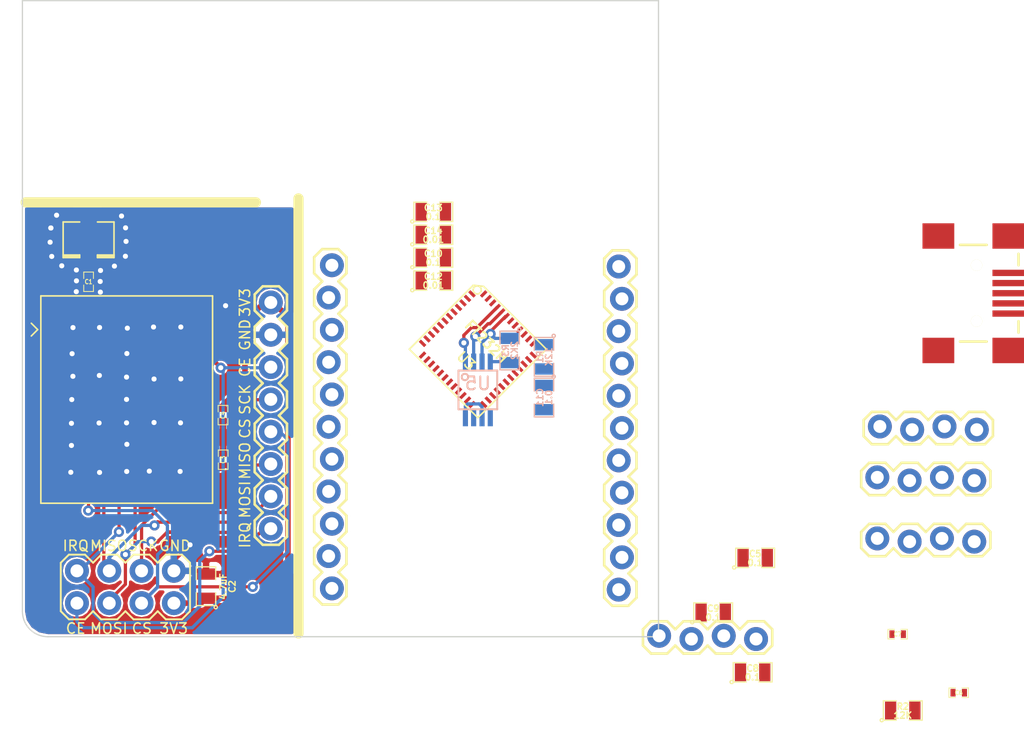
<source format=kicad_pcb>
(kicad_pcb (version 3) (host pcbnew "(2013-04-19 BZR 4011)-stable")
  (layers (15 F.Cu signal) (0 B.Cu signal) (18 B.Paste user) (19 F.Paste user) (20 B.SilkS user) (21 F.SilkS user) (22 B.Mask user) (23 F.Mask user) (28 Edge.Cuts user))
  (net 0 "")
  (net 1 +3.3V)
  (net 2 /cc3000/SPI_CLK)
  (net 3 /cc3000/SPI_CS)
  (net 4 /cc3000/SPI_IRQ)
  (net 5 /cc3000/SPI_MISO)
  (net 6 /cc3000/SPI_MOSI)
  (net 7 /cc3000/VBAT_SW_EN)
  (net 8 /cc3000/antena1)
  (net 9 /cc3000/antena2)
  (net 10 /ft232h/ACBUS0)
  (net 11 /ft232h/ACBUS1)
  (net 12 /ft232h/ACBUS2)
  (net 13 /ft232h/ACBUS3)
  (net 14 /ft232h/ACBUS4)
  (net 15 /ft232h/ACBUS5)
  (net 16 /ft232h/ACBUS6)
  (net 17 /ft232h/ACBUS7)
  (net 18 /ft232h/ACBUS8)
  (net 19 /ft232h/ACBUS9)
  (net 20 /ft232h/ADBUS0)
  (net 21 /ft232h/ADBUS1)
  (net 22 /ft232h/ADBUS2)
  (net 23 /ft232h/ADBUS3)
  (net 24 /ft232h/ADBUS4)
  (net 25 /ft232h/ADBUS5)
  (net 26 /ft232h/ADBUS6)
  (net 27 /ft232h/ADBUS7)
  (net 28 /ft232h/EEDATA)
  (net 29 /ft232h/EE_CK)
  (net 30 /ft232h/EE_CS)
  (net 31 /ft232h/EE_DO)
  (net 32 /ft232h/SCL)
  (net 33 /ft232h/SDA)
  (net 34 /ft232h/VDEVICE)
  (net 35 /ft232h/VREGIN)
  (net 36 /ft232h/V_OUT)
  (net 37 GND)
  (net 38 N-000001)
  (net 39 N-0000010)
  (net 40 N-0000035)
  (net 41 N-0000058)
  (net 42 N-0000059)
  (net 43 N-0000064)
  (net 44 N-0000065)
  (net 45 N-0000066)
  (net 46 N-0000067)
  (net 47 N-0000070)
  (net 48 N-000009)
  (module SM0402 (layer F.Cu) (at 130.2004 92.1004 270)
    (fp_text reference C1 (at 0 0 540) (layer F.SilkS) (effects (font (size 0.35052 0.3048) (thickness 0.07112))))
    (fp_text value 10pF hide)
    (pad 1 smd rect (at -0.44958 0 270) (size 0.39878 0.59944) (layers F.Cu F.Paste F.Mask) (net 9 /cc3000/antena2))
    (pad 2 smd rect (at 0.44958 0 270) (size 0.39878 0.59944) (layers F.Cu F.Paste F.Mask) (net 8 /cc3000/antena1))
  )
  (module SM0805 (layer F.Cu) (at 139.4333 116.0272 90)
    (fp_text reference C2 (at -0.0268 2.0587 90) (layer F.SilkS) (effects (font (size 0.50038 0.50038) (thickness 0.10922))))
    (fp_text value 4.7uF (at -0.0268 1.3587 90) (layer F.SilkS) (effects (font (size 0.50038 0.50038) (thickness 0.10922))))
    (pad 1 smd rect (at -0.9525 0 90) (size 0.889 1.397) (layers F.Cu F.Paste F.Mask) (net 1 +3.3V))
    (pad 2 smd rect (at 0.9525 0 90) (size 0.889 1.397) (layers F.Cu F.Paste F.Mask) (net 37 GND))
  )
  (module SM0402 (layer F.Cu) (at 140.7795 106.0831 90)
    (fp_text reference C3 (at 0 0 90) (layer F.SilkS) (effects (font (size 0.35052 0.3048) (thickness 0.07112))))
    (fp_text value 100nF hide)
    (pad 1 smd rect (at -0.44958 0 90) (size 0.39878 0.59944) (layers F.Cu F.Paste F.Mask) (net 1 +3.3V))
    (pad 2 smd rect (at 0.44958 0 90) (size 0.39878 0.59944) (layers F.Cu F.Paste F.Mask) (net 37 GND))
  )
  (module SM0402 (layer F.Cu) (at 140.7668 102.5779 270)
    (fp_text reference C4 (at 0 0 270) (layer F.SilkS) (effects (font (size 0.35052 0.3048) (thickness 0.07112))))
    (fp_text value 100nF hide)
    (pad 1 smd rect (at -0.44958 0 270) (size 0.39878 0.59944) (layers F.Cu F.Paste F.Mask) (net 1 +3.3V))
    (pad 2 smd rect (at 0.44958 0 270) (size 0.39878 0.59944) (layers F.Cu F.Paste F.Mask) (net 37 GND))
  )
  (module 2X4 (layer F.Cu) (at 133.096 116.0907 180)
    (fp_text reference P1)
    (fp_text value CONN_4X2)
    (pad 1 thru_hole oval (at -3.81 1.27 180) (size 1.8796 1.8796) (drill 1.016) (layers *.Cu *.Mask) (net 37 GND))
    (pad 2 thru_hole oval (at -3.81 -1.27 180) (size 1.8796 1.8796) (drill 1.016) (layers *.Cu *.Mask) (net 1 +3.3V))
    (pad 3 thru_hole oval (at -1.27 1.27 180) (size 1.8796 1.8796) (drill 1.016) (layers *.Cu *.Mask) (net 2 /cc3000/SPI_CLK))
    (pad 4 thru_hole oval (at -1.27 -1.27 180) (size 1.8796 1.8796) (drill 1.016) (layers *.Cu *.Mask) (net 3 /cc3000/SPI_CS))
    (pad 5 thru_hole oval (at 1.27 1.27 180) (size 1.8796 1.8796) (drill 1.016) (layers *.Cu *.Mask) (net 5 /cc3000/SPI_MISO))
    (pad 6 thru_hole oval (at 1.27 -1.27 180) (size 1.8796 1.8796) (drill 1.016) (layers *.Cu *.Mask) (net 6 /cc3000/SPI_MOSI))
    (pad 7 thru_hole oval (at 3.81 1.27 180) (size 1.8796 1.8796) (drill 1.016) (layers *.Cu *.Mask) (net 4 /cc3000/SPI_IRQ))
    (pad 8 thru_hole oval (at 3.81 -1.27 180) (size 1.8796 1.8796) (drill 1.016) (layers *.Cu *.Mask) (net 7 /cc3000/VBAT_SW_EN))
  )
  (module U.FL (layer F.Cu) (at 130.2004 88.6968 270)
    (fp_text reference U1 hide)
    (fp_text value U.FL_U.FL hide)
    (pad P$1 smd rect (at 0 -1.37414 270) (size 2.19964 0.84836) (layers F.Cu F.Paste F.Mask) (net 37 GND))
    (pad P$2 smd rect (at 0 1.37414 270) (size 2.19964 0.84836) (layers F.Cu F.Paste F.Mask) (net 37 GND))
    (pad P$3 smd rect (at 1.524 0 270) (size 1.04902 0.99822) (layers F.Cu F.Paste F.Mask) (net 9 /cc3000/antena2))
    (pad P$4 smd rect (at -1.524 0 270) (size 1.04902 0.99822) (layers F.Cu F.Paste F.Mask))
  )
  (module CC3000 (layer F.Cu) (at 133.1976 101.3587)
    (fp_text reference U2)
    (fp_text value CC3000TEXAS_CC3000 hide)
    (pad 1 smd rect (at -5.84962 -5.3975 90) (size 0.6985 1.19888) (layers F.Cu F.Paste F.Mask) (net 37 GND))
    (pad 2 smd rect (at -5.84962 -4.19862 90) (size 0.6985 1.19888) (layers F.Cu F.Paste F.Mask))
    (pad 3 smd rect (at -5.84962 -2.99974 90) (size 0.6985 1.19888) (layers F.Cu F.Paste F.Mask))
    (pad 4 smd rect (at -5.84962 -1.79832 90) (size 0.6985 1.19888) (layers F.Cu F.Paste F.Mask))
    (pad 5 smd rect (at -5.84962 -0.59944 90) (size 0.6985 1.19888) (layers F.Cu F.Paste F.Mask) (net 38 N-000001))
    (pad 6 smd rect (at -5.84962 0.59944 90) (size 0.6985 1.19888) (layers F.Cu F.Paste F.Mask))
    (pad 7 smd rect (at -5.84962 1.79832 90) (size 0.6985 1.19888) (layers F.Cu F.Paste F.Mask) (net 38 N-000001))
    (pad 8 smd rect (at -5.84962 2.99974 90) (size 0.6985 1.19888) (layers F.Cu F.Paste F.Mask))
    (pad 9 smd rect (at -5.84962 4.19862 90) (size 0.6985 1.19888) (layers F.Cu F.Paste F.Mask) (net 37 GND))
    (pad 10 smd rect (at -5.84962 5.3975 90) (size 0.6985 1.19888) (layers F.Cu F.Paste F.Mask) (net 37 GND))
    (pad 11 smd rect (at -4.19862 7.24916) (size 0.6985 1.19888) (layers F.Cu F.Paste F.Mask) (net 37 GND))
    (pad 12 smd rect (at -2.99974 7.24916) (size 0.6985 1.19888) (layers F.Cu F.Paste F.Mask) (net 3 /cc3000/SPI_CS))
    (pad 13 smd rect (at -1.79832 7.24916) (size 0.6985 1.19888) (layers F.Cu F.Paste F.Mask) (net 5 /cc3000/SPI_MISO))
    (pad 14 smd rect (at -0.59944 7.24916) (size 0.6985 1.19888) (layers F.Cu F.Paste F.Mask) (net 4 /cc3000/SPI_IRQ))
    (pad 15 smd rect (at 0.59944 7.24916) (size 0.6985 1.19888) (layers F.Cu F.Paste F.Mask) (net 6 /cc3000/SPI_MOSI))
    (pad 16 smd rect (at 1.79832 7.24916) (size 0.6985 1.19888) (layers F.Cu F.Paste F.Mask) (net 37 GND))
    (pad 17 smd rect (at 2.99974 7.24916) (size 0.6985 1.19888) (layers F.Cu F.Paste F.Mask) (net 2 /cc3000/SPI_CLK))
    (pad 18 smd rect (at 4.19862 7.24916) (size 0.6985 1.19888) (layers F.Cu F.Paste F.Mask) (net 37 GND))
    (pad 19 smd rect (at 5.84962 5.3975 90) (size 0.6985 1.19888) (layers F.Cu F.Paste F.Mask) (net 1 +3.3V))
    (pad 20 smd rect (at 5.84962 4.19862 90) (size 0.6985 1.19888) (layers F.Cu F.Paste F.Mask) (net 37 GND))
    (pad 21 smd rect (at 5.84962 2.99974 90) (size 0.6985 1.19888) (layers F.Cu F.Paste F.Mask) (net 37 GND))
    (pad 22 smd rect (at 5.84962 1.79832 90) (size 0.6985 1.19888) (layers F.Cu F.Paste F.Mask) (net 37 GND))
    (pad 23 smd rect (at 5.84962 0.59944 90) (size 0.6985 1.19888) (layers F.Cu F.Paste F.Mask) (net 1 +3.3V))
    (pad 24 smd rect (at 5.84962 -0.59944 90) (size 0.6985 1.19888) (layers F.Cu F.Paste F.Mask))
    (pad 25 smd rect (at 5.84962 -1.79832 90) (size 0.6985 1.19888) (layers F.Cu F.Paste F.Mask) (net 37 GND))
    (pad 26 smd rect (at 5.84962 -2.99974 90) (size 0.6985 1.19888) (layers F.Cu F.Paste F.Mask) (net 7 /cc3000/VBAT_SW_EN))
    (pad 27 smd rect (at 5.84962 -4.19862 90) (size 0.6985 1.19888) (layers F.Cu F.Paste F.Mask) (net 48 N-000009))
    (pad 28 smd rect (at 5.84962 -5.3975 90) (size 0.6985 1.19888) (layers F.Cu F.Paste F.Mask) (net 48 N-000009))
    (pad 29 smd rect (at 4.19862 -7.24916 180) (size 0.6985 1.19888) (layers F.Cu F.Paste F.Mask) (net 39 N-0000010))
    (pad 30 smd rect (at 2.99974 -7.24916 180) (size 0.6985 1.19888) (layers F.Cu F.Paste F.Mask) (net 39 N-0000010))
    (pad 31 smd rect (at 1.79832 -7.24916 180) (size 0.6985 1.19888) (layers F.Cu F.Paste F.Mask) (net 37 GND))
    (pad 32 smd rect (at 0.59944 -7.24916 180) (size 0.6985 1.19888) (layers F.Cu F.Paste F.Mask) (net 37 GND))
    (pad 33 smd rect (at -0.59944 -7.24916 180) (size 0.6985 1.19888) (layers F.Cu F.Paste F.Mask) (net 37 GND))
    (pad 34 smd rect (at -1.79832 -7.24916 180) (size 0.6985 1.19888) (layers F.Cu F.Paste F.Mask) (net 37 GND))
    (pad 35 smd rect (at -2.99974 -7.24916 180) (size 0.6985 1.19888) (layers F.Cu F.Paste F.Mask) (net 8 /cc3000/antena1))
    (pad 36 smd rect (at -4.19862 -7.24916 180) (size 0.6985 1.19888) (layers F.Cu F.Paste F.Mask) (net 37 GND))
    (pad 37 smd rect (at -2.14884 -3.59918 270) (size 1.89992 2.39776) (layers F.Cu F.Paste F.Mask) (net 37 GND))
    (pad 38 smd rect (at -2.14884 0 270) (size 1.89992 2.39776) (layers F.Cu F.Paste F.Mask) (net 37 GND))
    (pad 39 smd rect (at -2.14884 3.59918 270) (size 1.89992 2.39776) (layers F.Cu F.Paste F.Mask) (net 37 GND))
    (pad 40 smd rect (at 2.14884 -3.59918 270) (size 1.89992 2.39776) (layers F.Cu F.Paste F.Mask) (net 37 GND))
    (pad 41 smd rect (at 2.14884 0 270) (size 1.89992 2.39776) (layers F.Cu F.Paste F.Mask) (net 37 GND))
    (pad 42 smd rect (at 2.14884 3.59918 270) (size 1.89992 2.39776) (layers F.Cu F.Paste F.Mask) (net 37 GND))
    (pad 43 smd rect (at -5.84962 -7.24916 270) (size 1.19888 1.19888) (layers F.Cu F.Paste F.Mask) (net 37 GND))
    (pad 44 smd rect (at -5.84962 7.24916 270) (size 1.19888 1.19888) (layers F.Cu F.Paste F.Mask) (net 37 GND))
    (pad 45 smd rect (at 5.84962 7.24916 270) (size 1.19888 1.19888) (layers F.Cu F.Paste F.Mask) (net 37 GND))
    (pad 46 smd rect (at 5.84962 -7.24916 270) (size 1.19888 1.19888) (layers F.Cu F.Paste F.Mask) (net 37 GND))
  )
  (module 1X08 (layer F.Cu) (at 144.526 93.726 270)
    (fp_text reference P2)
    (fp_text value CONN_8)
    (pad 1 thru_hole oval (at 0 0) (size 1.8796 1.8796) (drill 1.016) (layers *.Cu *.Mask) (net 1 +3.3V))
    (pad 2 thru_hole oval (at 2.54 0) (size 1.8796 1.8796) (drill 1.016) (layers *.Cu *.Mask) (net 37 GND))
    (pad 3 thru_hole oval (at 5.08 0) (size 1.8796 1.8796) (drill 1.016) (layers *.Cu *.Mask) (net 7 /cc3000/VBAT_SW_EN))
    (pad 4 thru_hole oval (at 7.62 0) (size 1.8796 1.8796) (drill 1.016) (layers *.Cu *.Mask) (net 2 /cc3000/SPI_CLK))
    (pad 5 thru_hole oval (at 10.16 0) (size 1.8796 1.8796) (drill 1.016) (layers *.Cu *.Mask) (net 3 /cc3000/SPI_CS))
    (pad 6 thru_hole oval (at 12.7 0) (size 1.8796 1.8796) (drill 1.016) (layers *.Cu *.Mask) (net 5 /cc3000/SPI_MISO))
    (pad 7 thru_hole oval (at 15.24 0) (size 1.8796 1.8796) (drill 1.016) (layers *.Cu *.Mask) (net 6 /cc3000/SPI_MOSI))
    (pad 8 thru_hole oval (at 17.78 0) (size 1.8796 1.8796) (drill 1.016) (layers *.Cu *.Mask) (net 4 /cc3000/SPI_IRQ))
  )
  (module SM0805 (layer F.Cu) (at 182.6 113.8)
    (fp_text reference C5 (at 0 -0.3175) (layer F.SilkS) (effects (font (size 0.50038 0.50038) (thickness 0.10922))))
    (fp_text value 0.1 (at 0 0.381) (layer F.SilkS) (effects (font (size 0.50038 0.50038) (thickness 0.10922))))
    (pad 1 smd rect (at -0.9525 0) (size 0.889 1.397) (layers F.Cu F.Paste F.Mask) (net 34 /ft232h/VDEVICE))
    (pad 2 smd rect (at 0.9525 0) (size 0.889 1.397) (layers F.Cu F.Paste F.Mask) (net 37 GND))
  )
  (module QFN48 (layer F.Cu) (at 160.8 97.4 315)
    (fp_text reference U3 (at -0.01016 1.29032 315) (layer F.SilkS) (effects (font (size 0.762 0.762) (thickness 0.127))))
    (fp_text value FT232H (at 0.0508 -0.889 315) (layer F.SilkS) (effects (font (size 0.762 0.762) (thickness 0.1524))))
    (pad 1 smd rect (at -3.39852 -2.74828 315) (size 0.59944 0.24892) (layers F.Cu F.Paste F.Mask) (net 43 N-0000064))
    (pad 2 smd rect (at -3.39852 -2.2479 315) (size 0.59944 0.24892) (layers F.Cu F.Paste F.Mask) (net 40 N-0000035))
    (pad 3 smd rect (at -3.39852 -1.74752 315) (size 0.59944 0.24892) (layers F.Cu F.Paste F.Mask) (net 47 N-0000070))
    (pad 4 smd rect (at -3.39852 -1.24714 315) (size 0.59944 0.24892) (layers F.Cu F.Paste F.Mask) (net 37 GND))
    (pad 5 smd rect (at -3.39852 -0.7493 315) (size 0.59944 0.24892) (layers F.Cu F.Paste F.Mask) (net 41 N-0000058))
    (pad 6 smd rect (at -3.39852 -0.24892 315) (size 0.59944 0.24892) (layers F.Cu F.Paste F.Mask))
    (pad 7 smd rect (at -3.39852 0.25146 315) (size 0.59944 0.24892) (layers F.Cu F.Paste F.Mask))
    (pad 8 smd rect (at -3.39852 0.75184 315) (size 0.59944 0.24892) (layers F.Cu F.Paste F.Mask) (net 47 N-0000070))
    (pad 9 smd rect (at -3.39852 1.25222 315) (size 0.59944 0.24892) (layers F.Cu F.Paste F.Mask) (net 37 GND))
    (pad 10 smd rect (at -3.39852 1.7526 315) (size 0.59944 0.24892) (layers F.Cu F.Paste F.Mask) (net 37 GND))
    (pad 11 smd rect (at -3.39852 2.25298 315) (size 0.59944 0.24892) (layers F.Cu F.Paste F.Mask) (net 37 GND))
    (pad 12 smd rect (at -3.39852 2.75082 315) (size 0.59944 0.24892) (layers F.Cu F.Paste F.Mask) (net 46 N-0000067))
    (pad 33 smd rect (at 3.39852 -1.25222 315) (size 0.59944 0.24892) (layers F.Cu F.Paste F.Mask) (net 19 /ft232h/ACBUS9))
    (pad 34 smd rect (at 3.39852 -1.75006 315) (size 0.59944 0.24892) (layers F.Cu F.Paste F.Mask) (net 45 N-0000066))
    (pad 35 smd rect (at 3.39852 -2.25044 315) (size 0.59944 0.24892) (layers F.Cu F.Paste F.Mask) (net 37 GND))
    (pad 36 smd rect (at 3.39852 -2.75082 315) (size 0.59944 0.24892) (layers F.Cu F.Paste F.Mask) (net 37 GND))
    (pad 17 smd rect (at -0.7493 3.40106 315) (size 0.24892 0.59944) (layers F.Cu F.Paste F.Mask) (net 24 /ft232h/ADBUS4))
    (pad 18 smd rect (at -0.25146 3.40106 315) (size 0.24892 0.59944) (layers F.Cu F.Paste F.Mask) (net 25 /ft232h/ADBUS5))
    (pad 19 smd rect (at 0.24892 3.40106 315) (size 0.24892 0.59944) (layers F.Cu F.Paste F.Mask) (net 26 /ft232h/ADBUS6))
    (pad 20 smd rect (at 0.7493 3.40106 315) (size 0.24892 0.59944) (layers F.Cu F.Paste F.Mask) (net 27 /ft232h/ADBUS7))
    (pad 21 smd rect (at 1.24968 3.40106 315) (size 0.24892 0.59944) (layers F.Cu F.Paste F.Mask) (net 10 /ft232h/ACBUS0))
    (pad 22 smd rect (at 1.75006 3.40106 315) (size 0.24892 0.59944) (layers F.Cu F.Paste F.Mask) (net 37 GND))
    (pad 23 smd rect (at 2.25044 3.40106 315) (size 0.24892 0.59944) (layers F.Cu F.Paste F.Mask) (net 37 GND))
    (pad 24 smd rect (at 2.75082 3.40106 315) (size 0.24892 0.59944) (layers F.Cu F.Paste F.Mask) (net 46 N-0000067))
    (pad 13 smd rect (at -2.74828 3.40106 315) (size 0.24892 0.59944) (layers F.Cu F.Paste F.Mask) (net 20 /ft232h/ADBUS0))
    (pad 14 smd rect (at -2.2479 3.40106 315) (size 0.24892 0.59944) (layers F.Cu F.Paste F.Mask) (net 21 /ft232h/ADBUS1))
    (pad 15 smd rect (at -1.74752 3.40106 315) (size 0.24892 0.59944) (layers F.Cu F.Paste F.Mask) (net 22 /ft232h/ADBUS2))
    (pad 16 smd rect (at -1.24968 3.40106 315) (size 0.24892 0.59944) (layers F.Cu F.Paste F.Mask) (net 23 /ft232h/ADBUS3))
    (pad 25 smd rect (at 3.39852 2.74828 315) (size 0.59944 0.24892) (layers F.Cu F.Paste F.Mask) (net 11 /ft232h/ACBUS1))
    (pad 26 smd rect (at 3.40106 2.2479 315) (size 0.59944 0.24892) (layers F.Cu F.Paste F.Mask) (net 12 /ft232h/ACBUS2))
    (pad 27 smd rect (at 3.40106 1.75006 315) (size 0.59944 0.24892) (layers F.Cu F.Paste F.Mask) (net 13 /ft232h/ACBUS3))
    (pad 28 smd rect (at 3.40106 1.24968 315) (size 0.59944 0.24892) (layers F.Cu F.Paste F.Mask) (net 14 /ft232h/ACBUS4))
    (pad 29 smd rect (at 3.40106 0.7493 315) (size 0.59944 0.24892) (layers F.Cu F.Paste F.Mask) (net 15 /ft232h/ACBUS5))
    (pad 30 smd rect (at 3.40106 0.24892 315) (size 0.59944 0.24892) (layers F.Cu F.Paste F.Mask) (net 16 /ft232h/ACBUS6))
    (pad 31 smd rect (at 3.40106 -0.25146 315) (size 0.59944 0.24892) (layers F.Cu F.Paste F.Mask) (net 17 /ft232h/ACBUS7))
    (pad 32 smd rect (at 3.40106 -0.75184 315) (size 0.59944 0.24892) (layers F.Cu F.Paste F.Mask) (net 18 /ft232h/ACBUS8))
    (pad 37 smd rect (at 2.75082 -3.39852 315) (size 0.24892 0.59944) (layers F.Cu F.Paste F.Mask) (net 44 N-0000065))
    (pad 38 smd rect (at 2.25044 -3.39852 315) (size 0.24892 0.59944) (layers F.Cu F.Paste F.Mask) (net 42 N-0000059))
    (pad 39 smd rect (at 1.75006 -3.39852 315) (size 0.24892 0.59944) (layers F.Cu F.Paste F.Mask) (net 47 N-0000070))
    (pad 40 smd rect (at 1.25222 -3.39852 315) (size 0.24892 0.59944) (layers F.Cu F.Paste F.Mask) (net 35 /ft232h/VREGIN))
    (pad 41 smd rect (at 0.75184 -3.39852 315) (size 0.24892 0.59944) (layers F.Cu F.Paste F.Mask) (net 37 GND))
    (pad 42 smd rect (at 0.25146 -3.39852 315) (size 0.24892 0.59944) (layers F.Cu F.Paste F.Mask) (net 37 GND))
    (pad 43 smd rect (at -0.24892 -3.39852 315) (size 0.24892 0.59944) (layers F.Cu F.Paste F.Mask) (net 28 /ft232h/EEDATA))
    (pad 44 smd rect (at -0.7493 -3.39852 315) (size 0.24892 0.59944) (layers F.Cu F.Paste F.Mask) (net 29 /ft232h/EE_CK))
    (pad 45 smd rect (at -1.24968 -3.39852 315) (size 0.24892 0.59944) (layers F.Cu F.Paste F.Mask) (net 30 /ft232h/EE_CS))
    (pad 46 smd rect (at -1.75006 -3.39852 315) (size 0.24892 0.59944) (layers F.Cu F.Paste F.Mask) (net 46 N-0000067))
    (pad 47 smd rect (at -2.2479 -3.39852 315) (size 0.24892 0.59944) (layers F.Cu F.Paste F.Mask) (net 37 GND))
    (pad 48 smd rect (at -2.74828 -3.39852 315) (size 0.24892 0.59944) (layers F.Cu F.Paste F.Mask) (net 37 GND))
  )
  (module 1X11_LOCK (layer F.Cu) (at 172 116.3 90)
    (fp_text reference P4)
    (fp_text value CONN_11)
    (pad 1 thru_hole oval (at 0 -0.127 180) (size 1.8796 1.8796) (drill 1.016) (layers *.Cu *.Mask))
    (pad 2 thru_hole oval (at 2.54 0.127 180) (size 1.8796 1.8796) (drill 1.016) (layers *.Cu *.Mask) (net 11 /ft232h/ACBUS1))
    (pad 3 thru_hole oval (at 5.08 -0.127 180) (size 1.8796 1.8796) (drill 1.016) (layers *.Cu *.Mask) (net 12 /ft232h/ACBUS2))
    (pad 4 thru_hole oval (at 7.62 0.127 180) (size 1.8796 1.8796) (drill 1.016) (layers *.Cu *.Mask) (net 13 /ft232h/ACBUS3))
    (pad 5 thru_hole oval (at 10.16 -0.127 180) (size 1.8796 1.8796) (drill 1.016) (layers *.Cu *.Mask) (net 14 /ft232h/ACBUS4))
    (pad 6 thru_hole oval (at 12.7 0.127 180) (size 1.8796 1.8796) (drill 1.016) (layers *.Cu *.Mask) (net 15 /ft232h/ACBUS5))
    (pad 7 thru_hole oval (at 15.24 -0.127 180) (size 1.8796 1.8796) (drill 1.016) (layers *.Cu *.Mask) (net 16 /ft232h/ACBUS6))
    (pad 8 thru_hole oval (at 17.78 0.127 180) (size 1.8796 1.8796) (drill 1.016) (layers *.Cu *.Mask) (net 17 /ft232h/ACBUS7))
    (pad 9 thru_hole oval (at 20.32 -0.127 180) (size 1.8796 1.8796) (drill 1.016) (layers *.Cu *.Mask) (net 18 /ft232h/ACBUS8))
    (pad 10 thru_hole oval (at 22.86 0.127 180) (size 1.8796 1.8796) (drill 1.016) (layers *.Cu *.Mask) (net 19 /ft232h/ACBUS9))
    (pad 11 thru_hole oval (at 25.4 -0.127 180) (size 1.8796 1.8796) (drill 1.016) (layers *.Cu *.Mask))
  )
  (module 1X11_LOCK (layer F.Cu) (at 149.2 90.8 270)
    (fp_text reference P3)
    (fp_text value CONN_11)
    (pad 1 thru_hole oval (at 0 -0.127) (size 1.8796 1.8796) (drill 1.016) (layers *.Cu *.Mask))
    (pad 2 thru_hole oval (at 2.54 0.127) (size 1.8796 1.8796) (drill 1.016) (layers *.Cu *.Mask) (net 20 /ft232h/ADBUS0))
    (pad 3 thru_hole oval (at 5.08 -0.127) (size 1.8796 1.8796) (drill 1.016) (layers *.Cu *.Mask) (net 21 /ft232h/ADBUS1))
    (pad 4 thru_hole oval (at 7.62 0.127) (size 1.8796 1.8796) (drill 1.016) (layers *.Cu *.Mask) (net 22 /ft232h/ADBUS2))
    (pad 5 thru_hole oval (at 10.16 -0.127) (size 1.8796 1.8796) (drill 1.016) (layers *.Cu *.Mask) (net 23 /ft232h/ADBUS3))
    (pad 6 thru_hole oval (at 12.7 0.127) (size 1.8796 1.8796) (drill 1.016) (layers *.Cu *.Mask) (net 24 /ft232h/ADBUS4))
    (pad 7 thru_hole oval (at 15.24 -0.127) (size 1.8796 1.8796) (drill 1.016) (layers *.Cu *.Mask) (net 25 /ft232h/ADBUS5))
    (pad 8 thru_hole oval (at 17.78 0.127) (size 1.8796 1.8796) (drill 1.016) (layers *.Cu *.Mask) (net 26 /ft232h/ADBUS6))
    (pad 9 thru_hole oval (at 20.32 -0.127) (size 1.8796 1.8796) (drill 1.016) (layers *.Cu *.Mask) (net 27 /ft232h/ADBUS7))
    (pad 10 thru_hole oval (at 22.86 0.127) (size 1.8796 1.8796) (drill 1.016) (layers *.Cu *.Mask) (net 10 /ft232h/ACBUS0))
    (pad 11 thru_hole oval (at 25.4 -0.127) (size 1.8796 1.8796) (drill 1.016) (layers *.Cu *.Mask))
  )
  (module USB-MINIB (layer F.Cu) (at 200 93)
    (fp_text reference U4)
    (fp_text value USB-MINIB-5PIN_USB-MINIB)
    (pad Hole np_thru_hole circle (at 0 -2.19964) (size 0.89916 0.89916) (drill 0.89916) (layers *.Cu *.Mask F.SilkS))
    (pad Hole np_thru_hole circle (at 0 2.19964) (size 0.89916 0.89916) (drill 0.89916) (layers *.Cu *.Mask F.SilkS))
    (pad D+ smd rect (at 2.49936 0) (size 2.49936 0.49784) (layers F.Cu F.Paste F.Mask))
    (pad D- smd rect (at 2.49936 -0.79756) (size 2.49936 0.49784) (layers F.Cu F.Paste F.Mask))
    (pad GND smd rect (at 2.49936 1.59766) (size 2.49936 0.49784) (layers F.Cu F.Paste F.Mask) (net 37 GND))
    (pad ID smd rect (at 2.49936 0.79756) (size 2.49936 0.49784) (layers F.Cu F.Paste F.Mask))
    (pad MTN3 smd rect (at -2.99974 4.49834) (size 2.49936 1.99898) (layers F.Cu F.Paste F.Mask) (net 37 GND))
    (pad MTN1 smd rect (at -2.99974 -4.49834) (size 2.49936 1.99898) (layers F.Cu F.Paste F.Mask) (net 37 GND))
    (pad MTN4 smd rect (at 2.49936 4.49834) (size 2.49936 1.99898) (layers F.Cu F.Paste F.Mask) (net 37 GND))
    (pad MTN2 smd rect (at 2.49936 -4.49834) (size 2.49936 1.99898) (layers F.Cu F.Paste F.Mask) (net 37 GND))
    (pad VBUS smd rect (at 2.49936 -1.59766) (size 2.49936 0.49784) (layers F.Cu F.Paste F.Mask))
  )
  (module SSOP8 (layer B.Cu) (at 160.8 100.6)
    (fp_text reference U5 (at 0 -0.508) (layer B.SilkS) (effects (font (size 1.016 1.016) (thickness 0.1524)) (justify mirror)))
    (fp_text value 93LC56CX-X/SN_SOIC8-N_MC hide)
    (pad 1 smd rect (at -0.9779 -2.2225) (size 0.4064 1.27) (layers B.Cu B.Paste B.Mask) (net 30 /ft232h/EE_CS))
    (pad 2 smd rect (at -0.3302 -2.2225) (size 0.4064 1.27) (layers B.Cu B.Paste B.Mask) (net 29 /ft232h/EE_CK))
    (pad 3 smd rect (at 0.3302 -2.2225) (size 0.4064 1.27) (layers B.Cu B.Paste B.Mask) (net 28 /ft232h/EEDATA))
    (pad 4 smd rect (at 0.9779 -2.2225) (size 0.4064 1.27) (layers B.Cu B.Paste B.Mask) (net 31 /ft232h/EE_DO))
    (pad 5 smd rect (at 0.9779 2.2225) (size 0.4064 1.27) (layers B.Cu B.Paste B.Mask) (net 37 GND))
    (pad 6 smd rect (at 0.3302 2.2225) (size 0.4064 1.27) (layers B.Cu B.Paste B.Mask) (net 1 +3.3V))
    (pad 7 smd rect (at -0.3302 2.2225) (size 0.4064 1.27) (layers B.Cu B.Paste B.Mask))
    (pad 8 smd rect (at -0.9779 2.2225) (size 0.4064 1.27) (layers B.Cu B.Paste B.Mask) (net 1 +3.3V))
  )
  (module SM0805 (layer B.Cu) (at 166 98 270)
    (fp_text reference R1 (at 0 0.3175 270) (layer B.SilkS) (effects (font (size 0.50038 0.50038) (thickness 0.10922)) (justify mirror)))
    (fp_text value 12K (at 0 -0.381 270) (layer B.SilkS) (effects (font (size 0.50038 0.50038) (thickness 0.10922)) (justify mirror)))
    (pad 1 smd rect (at -0.9525 0 270) (size 0.889 1.397) (layers B.Cu B.Paste B.Mask) (net 47 N-0000070))
    (pad 2 smd rect (at 0.9525 0 270) (size 0.889 1.397) (layers B.Cu B.Paste B.Mask) (net 45 N-0000066))
  )
  (module SM0805 (layer B.Cu) (at 163.3 97.5 270)
    (fp_text reference R3 (at 0 0.3175 270) (layer B.SilkS) (effects (font (size 0.50038 0.50038) (thickness 0.10922)) (justify mirror)))
    (fp_text value 2K2 (at 0 -0.381 270) (layer B.SilkS) (effects (font (size 0.50038 0.50038) (thickness 0.10922)) (justify mirror)))
    (pad 1 smd rect (at -0.9525 0 270) (size 0.889 1.397) (layers B.Cu B.Paste B.Mask) (net 28 /ft232h/EEDATA))
    (pad 2 smd rect (at 0.9525 0 270) (size 0.889 1.397) (layers B.Cu B.Paste B.Mask) (net 31 /ft232h/EE_DO))
  )
  (module SM0805 (layer F.Cu) (at 194.2 125.8)
    (fp_text reference R2 (at 0 -0.3175) (layer F.SilkS) (effects (font (size 0.50038 0.50038) (thickness 0.10922))))
    (fp_text value 12K (at 0 0.381) (layer F.SilkS) (effects (font (size 0.50038 0.50038) (thickness 0.10922))))
    (pad 1 smd rect (at -0.9525 0) (size 0.889 1.397) (layers F.Cu F.Paste F.Mask) (net 41 N-0000058))
    (pad 2 smd rect (at 0.9525 0) (size 0.889 1.397) (layers F.Cu F.Paste F.Mask) (net 37 GND))
  )
  (module SM0805 (layer B.Cu) (at 166 101.2 270)
    (fp_text reference C11 (at 0 0.3175 270) (layer B.SilkS) (effects (font (size 0.50038 0.50038) (thickness 0.10922)) (justify mirror)))
    (fp_text value 0.1 (at 0 -0.381 270) (layer B.SilkS) (effects (font (size 0.50038 0.50038) (thickness 0.10922)) (justify mirror)))
    (pad 1 smd rect (at -0.9525 0 270) (size 0.889 1.397) (layers B.Cu B.Paste B.Mask) (net 45 N-0000066))
    (pad 2 smd rect (at 0.9525 0 270) (size 0.889 1.397) (layers B.Cu B.Paste B.Mask) (net 37 GND))
  )
  (module SM0805 (layer F.Cu) (at 157.3 88.4)
    (fp_text reference C14 (at 0 -0.3175) (layer F.SilkS) (effects (font (size 0.50038 0.50038) (thickness 0.10922))))
    (fp_text value 0.01 (at 0 0.381) (layer F.SilkS) (effects (font (size 0.50038 0.50038) (thickness 0.10922))))
    (pad 1 smd rect (at -0.9525 0) (size 0.889 1.397) (layers F.Cu F.Paste F.Mask) (net 47 N-0000070))
    (pad 2 smd rect (at 0.9525 0) (size 0.889 1.397) (layers F.Cu F.Paste F.Mask) (net 37 GND))
  )
  (module SM0805 (layer F.Cu) (at 157.3 92)
    (fp_text reference C12 (at 0 -0.3175) (layer F.SilkS) (effects (font (size 0.50038 0.50038) (thickness 0.10922))))
    (fp_text value 0.01 (at 0 0.381) (layer F.SilkS) (effects (font (size 0.50038 0.50038) (thickness 0.10922))))
    (pad 1 smd rect (at -0.9525 0) (size 0.889 1.397) (layers F.Cu F.Paste F.Mask) (net 47 N-0000070))
    (pad 2 smd rect (at 0.9525 0) (size 0.889 1.397) (layers F.Cu F.Paste F.Mask) (net 37 GND))
  )
  (module SM0805 (layer F.Cu) (at 157.3 90.2)
    (fp_text reference C10 (at 0 -0.3175) (layer F.SilkS) (effects (font (size 0.50038 0.50038) (thickness 0.10922))))
    (fp_text value 0.1 (at 0 0.381) (layer F.SilkS) (effects (font (size 0.50038 0.50038) (thickness 0.10922))))
    (pad 1 smd rect (at -0.9525 0) (size 0.889 1.397) (layers F.Cu F.Paste F.Mask) (net 47 N-0000070))
    (pad 2 smd rect (at 0.9525 0) (size 0.889 1.397) (layers F.Cu F.Paste F.Mask) (net 37 GND))
  )
  (module SM0805 (layer F.Cu) (at 157.3 86.6)
    (fp_text reference C13 (at 0 -0.3175) (layer F.SilkS) (effects (font (size 0.50038 0.50038) (thickness 0.10922))))
    (fp_text value 0.1 (at 0 0.381) (layer F.SilkS) (effects (font (size 0.50038 0.50038) (thickness 0.10922))))
    (pad 1 smd rect (at -0.9525 0) (size 0.889 1.397) (layers F.Cu F.Paste F.Mask) (net 47 N-0000070))
    (pad 2 smd rect (at 0.9525 0) (size 0.889 1.397) (layers F.Cu F.Paste F.Mask) (net 37 GND))
  )
  (module SM0805 (layer F.Cu) (at 182.4 122.8)
    (fp_text reference C8 (at 0 -0.3175) (layer F.SilkS) (effects (font (size 0.50038 0.50038) (thickness 0.10922))))
    (fp_text value 0.1 (at 0 0.381) (layer F.SilkS) (effects (font (size 0.50038 0.50038) (thickness 0.10922))))
    (pad 1 smd rect (at -0.9525 0) (size 0.889 1.397) (layers F.Cu F.Paste F.Mask) (net 42 N-0000059))
    (pad 2 smd rect (at 0.9525 0) (size 0.889 1.397) (layers F.Cu F.Paste F.Mask) (net 37 GND))
  )
  (module SM0805 (layer F.Cu) (at 179.3 118.1)
    (fp_text reference C9 (at 0 -0.3175) (layer F.SilkS) (effects (font (size 0.50038 0.50038) (thickness 0.10922))))
    (fp_text value 0.1 (at 0 0.381) (layer F.SilkS) (effects (font (size 0.50038 0.50038) (thickness 0.10922))))
    (pad 1 smd rect (at -0.9525 0) (size 0.889 1.397) (layers F.Cu F.Paste F.Mask) (net 44 N-0000065))
    (pad 2 smd rect (at 0.9525 0) (size 0.889 1.397) (layers F.Cu F.Paste F.Mask) (net 37 GND))
  )
  (module SM0402 (layer F.Cu) (at 193.8 119.8)
    (fp_text reference C7 (at 0 0) (layer F.SilkS) (effects (font (size 0.35052 0.3048) (thickness 0.07112))))
    (fp_text value 27p hide)
    (pad 1 smd rect (at -0.44958 0) (size 0.39878 0.59944) (layers F.Cu F.Paste F.Mask) (net 40 N-0000035))
    (pad 2 smd rect (at 0.44958 0) (size 0.39878 0.59944) (layers F.Cu F.Paste F.Mask) (net 37 GND))
  )
  (module SM0402 (layer F.Cu) (at 198.6 124.4)
    (fp_text reference C6 (at 0 0) (layer F.SilkS) (effects (font (size 0.35052 0.3048) (thickness 0.07112))))
    (fp_text value 27p hide)
    (pad 1 smd rect (at -0.44958 0) (size 0.39878 0.59944) (layers F.Cu F.Paste F.Mask) (net 43 N-0000064))
    (pad 2 smd rect (at 0.44958 0) (size 0.39878 0.59944) (layers F.Cu F.Paste F.Mask) (net 37 GND))
  )
  (module 1X04_LOCK (layer F.Cu) (at 192.2 112.4)
    (fp_text reference P5)
    (fp_text value CONN_4)
    (pad 1 thru_hole oval (at 0 -0.127 90) (size 1.8796 1.8796) (drill 1.016) (layers *.Cu *.Mask) (net 37 GND))
    (pad 2 thru_hole oval (at 2.54 0.127 90) (size 1.8796 1.8796) (drill 1.016) (layers *.Cu *.Mask) (net 36 /ft232h/V_OUT))
    (pad 3 thru_hole oval (at 5.08 -0.127 90) (size 1.8796 1.8796) (drill 1.016) (layers *.Cu *.Mask) (net 33 /ft232h/SDA))
    (pad 4 thru_hole oval (at 7.62 0.127 90) (size 1.8796 1.8796) (drill 1.016) (layers *.Cu *.Mask) (net 32 /ft232h/SCL))
  )
  (module 1X04_LOCK (layer F.Cu) (at 192.2 107.6)
    (fp_text reference P8)
    (fp_text value CONN_4)
    (pad 1 thru_hole oval (at 0 -0.127 90) (size 1.8796 1.8796) (drill 1.016) (layers *.Cu *.Mask) (net 37 GND))
    (pad 2 thru_hole oval (at 2.54 0.127 90) (size 1.8796 1.8796) (drill 1.016) (layers *.Cu *.Mask) (net 36 /ft232h/V_OUT))
    (pad 3 thru_hole oval (at 5.08 -0.127 90) (size 1.8796 1.8796) (drill 1.016) (layers *.Cu *.Mask) (net 33 /ft232h/SDA))
    (pad 4 thru_hole oval (at 7.62 0.127 90) (size 1.8796 1.8796) (drill 1.016) (layers *.Cu *.Mask) (net 32 /ft232h/SCL))
  )
  (module 1X04_LOCK (layer F.Cu) (at 192.4 103.6)
    (fp_text reference P6)
    (fp_text value CONN_4)
    (pad 1 thru_hole oval (at 0 -0.127 90) (size 1.8796 1.8796) (drill 1.016) (layers *.Cu *.Mask) (net 37 GND))
    (pad 2 thru_hole oval (at 2.54 0.127 90) (size 1.8796 1.8796) (drill 1.016) (layers *.Cu *.Mask) (net 36 /ft232h/V_OUT))
    (pad 3 thru_hole oval (at 5.08 -0.127 90) (size 1.8796 1.8796) (drill 1.016) (layers *.Cu *.Mask) (net 20 /ft232h/ADBUS0))
    (pad 4 thru_hole oval (at 7.62 0.127 90) (size 1.8796 1.8796) (drill 1.016) (layers *.Cu *.Mask) (net 21 /ft232h/ADBUS1))
  )
  (module 1X04_LOCK (layer F.Cu) (at 175.050001 120.055001)
    (fp_text reference P7)
    (fp_text value CONN_6)
    (pad 1 thru_hole oval (at 0 -0.127 90) (size 1.8796 1.8796) (drill 1.016) (layers *.Cu *.Mask) (net 37 GND))
    (pad 2 thru_hole oval (at 2.54 0.127 90) (size 1.8796 1.8796) (drill 1.016) (layers *.Cu *.Mask) (net 36 /ft232h/V_OUT))
    (pad 3 thru_hole oval (at 5.08 -0.127 90) (size 1.8796 1.8796) (drill 1.016) (layers *.Cu *.Mask))
    (pad 4 thru_hole oval (at 7.62 0.127 90) (size 1.8796 1.8796) (drill 1.016) (layers *.Cu *.Mask))
  )
  (gr_text SCK (at 142.494 101.346 90) (layer F.SilkS) (effects (font (size 0.8128 0.8128) (thickness 0.12))))
  (gr_text IRQ (at 142.494 112.014 90) (layer F.SilkS) (effects (font (size 0.8128 0.8128) (thickness 0.12))))
  (gr_text MISO (at 142.494 106.172 90) (layer F.SilkS) (effects (font (size 0.8128 0.8128) (thickness 0.12))))
  (gr_text CE (at 142.494 98.806 90) (layer F.SilkS) (effects (font (size 0.8128 0.8128) (thickness 0.12))))
  (gr_text MOSI (at 142.494 109.22 90) (layer F.SilkS) (effects (font (size 0.8128 0.8128) (thickness 0.12))))
  (gr_text CS (at 142.494 103.632 90) (layer F.SilkS) (effects (font (size 0.8128 0.8128) (thickness 0.12))))
  (gr_text 3V3 (at 142.494 93.726 90) (layer F.SilkS) (effects (font (size 0.8128 0.8128) (thickness 0.12))))
  (gr_text GND (at 142.494 96.266 90) (layer F.SilkS) (effects (font (size 0.8128 0.8128) (thickness 0.12))))
  (gr_line (start 127 120) (end 175 120) (angle 90) (layer Edge.Cuts) (width 0.1))
  (gr_line (start 125 70) (end 125 118) (angle 90) (layer Edge.Cuts) (width 0.1))
  (gr_arc (start 127 118) (end 127 120) (angle 90) (layer Edge.Cuts) (width 0.1))
  (gr_text SCK (at 134.492 112.854) (layer F.SilkS) (effects (font (size 0.8128 0.8128) (thickness 0.12))))
  (gr_text CE (at 129.192 119.354) (layer F.SilkS) (effects (font (size 0.8128 0.8128) (thickness 0.12))))
  (gr_text MOSI (at 131.792 119.354) (layer F.SilkS) (effects (font (size 0.8128 0.8128) (thickness 0.12))))
  (gr_text CS (at 134.392 119.354) (layer F.SilkS) (effects (font (size 0.8128 0.8128) (thickness 0.12))))
  (gr_text 3V3 (at 136.892 119.354) (layer F.SilkS) (effects (font (size 0.8128 0.8128) (thickness 0.12))))
  (gr_text GND (at 136.992 112.854) (layer F.SilkS) (effects (font (size 0.8128 0.8128) (thickness 0.12))))
  (gr_text MISO (at 131.792 112.854) (layer F.SilkS) (effects (font (size 0.8128 0.8128) (thickness 0.12))))
  (gr_text IRQ (at 129.192 112.854) (layer F.SilkS) (effects (font (size 0.8128 0.8128) (thickness 0.12))))
  (gr_line (start 146.702 85.546) (end 146.702 119.746) (angle 90) (layer F.SilkS) (width 0.8))
  (gr_line (start 125.254 85.854) (end 143.354 85.854) (angle 90) (layer F.SilkS) (width 0.8))
  (gr_line (start 175 70) (end 175 120) (angle 90) (layer Edge.Cuts) (width 0.1))
  (gr_line (start 125 70) (end 175 70) (angle 90) (layer Edge.Cuts) (width 0.1))
  (segment (start 161.1302 102.8225) (end 161.1302 101.9302) (width 0.254) (layer B.Cu) (net 1))
  (segment (start 159.8221 101.8779) (end 159.8221 102.8225) (width 0.254) (layer B.Cu) (net 1))
  (segment (start 160 101.7) (end 159.8221 101.8779) (width 0.254) (layer B.Cu) (net 1))
  (segment (start 160.9 101.7) (end 160 101.7) (width 0.254) (layer B.Cu) (net 1))
  (segment (start 161.1302 101.9302) (end 160.9 101.7) (width 0.254) (layer B.Cu) (net 1))
  (segment (start 139.4333 116.9797) (end 143.5735 116.9797) (width 0.44) (layer F.Cu) (net 1))
  (segment (start 143.5735 116.9797) (end 143.7132 116.84) (width 0.44) (layer F.Cu) (net 1))
  (segment (start 144.526 93.726) (end 144.7292 93.726) (width 0.44) (layer F.Cu) (net 1))
  (segment (start 144.7292 93.726) (end 145.8722 94.869) (width 0.44) (layer F.Cu) (net 1))
  (segment (start 145.8722 94.869) (end 145.8722 114.7064) (width 0.44) (layer F.Cu) (net 1))
  (segment (start 145.8722 114.7064) (end 143.7386 116.84) (width 0.44) (layer F.Cu) (net 1))
  (segment (start 143.7386 116.84) (end 143.7132 116.84) (width 0.44) (layer F.Cu) (net 1))
  (segment (start 140.7668 102.12832) (end 140.7668 101.8032) (width 0.44) (layer F.Cu) (net 1))
  (segment (start 140.7668 101.8032) (end 142.494 100.076) (width 0.44) (layer F.Cu) (net 1))
  (segment (start 142.494 95.25) (end 144.018 93.726) (width 0.44) (layer F.Cu) (net 1))
  (segment (start 142.494 100.076) (end 142.494 95.25) (width 0.44) (layer F.Cu) (net 1))
  (segment (start 144.018 93.726) (end 144.1958 93.726) (width 0.44) (layer F.Cu) (net 1))
  (segment (start 144.1958 93.726) (end 144.526 93.726) (width 0.44) (layer F.Cu) (net 1))
  (segment (start 140.7668 102.12832) (end 141.31036 102.12832) (width 0.44) (layer F.Cu) (net 1))
  (segment (start 141.65072 106.23296) (end 141.351 106.53268) (width 0.44) (layer F.Cu) (net 1))
  (segment (start 141.65072 102.46868) (end 141.65072 106.23296) (width 0.44) (layer F.Cu) (net 1))
  (segment (start 141.31036 102.12832) (end 141.65072 102.46868) (width 0.44) (layer F.Cu) (net 1))
  (segment (start 136.906 117.3607) (end 139.0523 117.3607) (width 0.44) (layer F.Cu) (net 1))
  (segment (start 139.0523 117.3607) (end 139.4333 116.9797) (width 0.254) (layer F.Cu) (net 1))
  (segment (start 140.7795 106.53268) (end 141.351 106.53268) (width 0.44) (layer F.Cu) (net 1))
  (segment (start 139.04722 106.7562) (end 140.55598 106.7562) (width 0.44) (layer F.Cu) (net 1))
  (segment (start 140.55598 106.7562) (end 140.7795 106.53268) (width 0.44) (layer F.Cu) (net 1))
  (segment (start 139.04722 101.95814) (end 140.59662 101.95814) (width 0.44) (layer F.Cu) (net 1))
  (segment (start 140.59662 101.95814) (end 140.7668 102.12832) (width 0.254) (layer F.Cu) (net 1))
  (segment (start 142.2654 109.1946) (end 142.2654 101.9302) (width 0.254) (layer F.Cu) (net 2))
  (segment (start 144.526 101.3714) (end 144.526 101.346) (width 0.254) (layer F.Cu) (net 2))
  (segment (start 142.8242 101.3714) (end 144.526 101.3714) (width 0.254) (layer F.Cu) (net 2))
  (segment (start 142.2654 101.9302) (end 142.8242 101.3714) (width 0.254) (layer F.Cu) (net 2))
  (segment (start 136.19734 108.60786) (end 136.19734 109.27334) (width 0.33) (layer F.Cu) (net 2))
  (segment (start 141.224 110.236) (end 142.113 109.347) (width 0.254) (layer F.Cu) (net 2))
  (segment (start 142.113 109.347) (end 142.2654 109.1946) (width 0.254) (layer F.Cu) (net 2))
  (segment (start 137.16 110.236) (end 141.224 110.236) (width 0.254) (layer F.Cu) (net 2))
  (segment (start 136.19734 109.27334) (end 137.16 110.236) (width 0.254) (layer F.Cu) (net 2))
  (segment (start 134.366 114.8207) (end 134.366 111.252) (width 0.254) (layer F.Cu) (net 2))
  (segment (start 134.366 111.252) (end 136.19734 109.42066) (width 0.254) (layer F.Cu) (net 2))
  (segment (start 136.19734 108.60786) (end 136.19734 109.42066) (width 0.33) (layer F.Cu) (net 2))
  (segment (start 144.526 103.886) (end 145.2372 103.886) (width 0.254) (layer B.Cu) (net 3))
  (segment (start 143.1036 116.078) (end 135.636 116.078) (width 0.254) (layer F.Cu) (net 3))
  (via (at 143.1036 116.078) (size 0.8) (layers F.Cu B.Cu) (net 3))
  (segment (start 145.8722 113.3094) (end 143.1036 116.078) (width 0.254) (layer B.Cu) (net 3))
  (segment (start 145.8722 104.521) (end 145.8722 113.3094) (width 0.254) (layer B.Cu) (net 3))
  (segment (start 145.2372 103.886) (end 145.8722 104.521) (width 0.254) (layer B.Cu) (net 3))
  (segment (start 130.175 110.0836) (end 135.2296 110.0836) (width 0.254) (layer B.Cu) (net 3))
  (segment (start 136.398 112.776) (end 135.6233 113.5507) (width 0.254) (layer B.Cu) (net 3))
  (segment (start 136.398 111.252) (end 136.398 112.776) (width 0.254) (layer B.Cu) (net 3))
  (segment (start 135.2296 110.0836) (end 136.398 111.252) (width 0.254) (layer B.Cu) (net 3))
  (segment (start 134.366 117.3607) (end 134.366 117.348) (width 0.33) (layer F.Cu) (net 3))
  (segment (start 134.366 117.348) (end 135.636 116.078) (width 0.254) (layer F.Cu) (net 3))
  (segment (start 130.19786 108.60786) (end 130.19786 110.06074) (width 0.254) (layer F.Cu) (net 3))
  (segment (start 135.6233 116.1034) (end 134.366 117.3607) (width 0.254) (layer B.Cu) (net 3))
  (segment (start 135.6233 113.5507) (end 135.6233 116.1034) (width 0.254) (layer B.Cu) (net 3))
  (via (at 130.175 110.0836) (size 0.8) (layers F.Cu B.Cu) (net 3))
  (segment (start 130.19786 110.06074) (end 130.175 110.0836) (width 0.254) (layer F.Cu) (net 3))
  (segment (start 132.59816 108.60786) (end 132.59816 111.74984) (width 0.254) (layer F.Cu) (net 4))
  (segment (start 129.2987 114.808) (end 129.286 114.8207) (width 0.254) (layer B.Cu) (net 4))
  (segment (start 129.54 114.808) (end 129.2987 114.808) (width 0.254) (layer B.Cu) (net 4))
  (segment (start 132.588 111.76) (end 129.54 114.808) (width 0.254) (layer B.Cu) (net 4))
  (via (at 132.588 111.76) (size 0.8) (layers F.Cu B.Cu) (net 4))
  (segment (start 132.59816 111.74984) (end 132.588 111.76) (width 0.254) (layer F.Cu) (net 4))
  (segment (start 139.7 113.284) (end 142.2146 113.284) (width 0.254) (layer F.Cu) (net 4))
  (via (at 139.7 113.284) (size 0.8) (layers F.Cu B.Cu) (net 4))
  (segment (start 139.7 113.284) (end 138.938 114.046) (width 0.254) (layer B.Cu) (net 4))
  (segment (start 138.938 114.046) (end 138.938 117.602) (width 0.254) (layer B.Cu) (net 4))
  (segment (start 138.938 117.602) (end 137.655302 118.884698) (width 0.254) (layer B.Cu) (net 4))
  (segment (start 137.655302 118.884698) (end 131.330698 118.884698) (width 0.254) (layer B.Cu) (net 4))
  (segment (start 131.330698 118.884698) (end 130.556 118.11) (width 0.254) (layer B.Cu) (net 4))
  (segment (start 130.556 118.11) (end 130.556 116.0907) (width 0.254) (layer B.Cu) (net 4))
  (segment (start 130.556 116.0907) (end 129.286 114.8207) (width 0.254) (layer B.Cu) (net 4))
  (segment (start 142.2146 113.284) (end 144.018 111.4806) (width 0.254) (layer F.Cu) (net 4))
  (segment (start 144.018 111.4806) (end 144.5514 111.4806) (width 0.254) (layer F.Cu) (net 4))
  (segment (start 144.5514 111.4806) (end 144.526 111.506) (width 0.254) (layer F.Cu) (net 4))
  (segment (start 142.7226 110.0074) (end 142.7226 107.0356) (width 0.254) (layer F.Cu) (net 5))
  (segment (start 144.399 106.5022) (end 144.526 106.426) (width 0.254) (layer F.Cu) (net 5))
  (segment (start 143.256 106.5022) (end 144.399 106.5022) (width 0.254) (layer F.Cu) (net 5))
  (segment (start 142.7226 107.0356) (end 143.256 106.5022) (width 0.254) (layer F.Cu) (net 5))
  (segment (start 142.7226 110.0074) (end 142.6464 110.0836) (width 0.254) (layer F.Cu) (net 5))
  (segment (start 142.6464 110.0836) (end 141.732 110.998) (width 0.254) (layer F.Cu) (net 5))
  (segment (start 133.096 112.522) (end 134.366 111.252) (width 0.254) (layer B.Cu) (net 5))
  (segment (start 134.366 111.252) (end 135.382 111.252) (width 0.254) (layer B.Cu) (net 5))
  (segment (start 141.732 110.998) (end 135.636 110.998) (width 0.254) (layer F.Cu) (net 5))
  (via (at 135.382 111.252) (size 0.8) (layers F.Cu B.Cu) (net 5))
  (segment (start 135.636 110.998) (end 135.382 111.252) (width 0.33) (layer F.Cu) (net 5))
  (segment (start 131.826 114.808) (end 131.826 114.8207) (width 0.33) (layer B.Cu) (net 5))
  (segment (start 133.096 112.522) (end 131.826 113.792) (width 0.254) (layer B.Cu) (net 5))
  (segment (start 131.826 113.792) (end 131.826 114.808) (width 0.33) (layer B.Cu) (net 5))
  (segment (start 131.39928 108.60786) (end 131.39928 114.39398) (width 0.254) (layer F.Cu) (net 5))
  (segment (start 131.39928 114.39398) (end 131.826 114.8207) (width 0.33) (layer F.Cu) (net 5))
  (segment (start 136.3599 111.7981) (end 141.7447 111.7981) (width 0.254) (layer F.Cu) (net 6))
  (segment (start 144.5006 109.0422) (end 144.526 108.966) (width 0.254) (layer F.Cu) (net 6))
  (segment (start 141.7447 111.7981) (end 144.5006 109.0422) (width 0.254) (layer F.Cu) (net 6))
  (via (at 133.096 113.538) (size 0.8) (layers F.Cu B.Cu) (net 6))
  (segment (start 136.398 111.76) (end 136.3599 111.7981) (width 0.254) (layer F.Cu) (net 6))
  (segment (start 136.3599 111.7981) (end 135.636 112.522) (width 0.254) (layer F.Cu) (net 6))
  (segment (start 135.636 112.522) (end 135.128 112.522) (width 0.33) (layer F.Cu) (net 6))
  (segment (start 137.414 111.76) (end 136.398 111.76) (width 0.254) (layer F.Cu) (net 6))
  (via (at 135.128 112.522) (size 0.8) (layers F.Cu B.Cu) (net 6))
  (segment (start 134.112 112.522) (end 135.128 112.522) (width 0.254) (layer B.Cu) (net 6))
  (segment (start 134.112 112.522) (end 133.096 113.538) (width 0.254) (layer B.Cu) (net 6))
  (segment (start 133.096 113.792) (end 133.096 113.538) (width 0.33) (layer F.Cu) (net 6))
  (segment (start 133.858 112.776) (end 133.858 111.506) (width 0.254) (layer F.Cu) (net 6))
  (segment (start 133.096 113.538) (end 133.858 112.776) (width 0.254) (layer F.Cu) (net 6))
  (segment (start 133.858 108.66882) (end 133.79704 108.60786) (width 0.33) (layer F.Cu) (net 6))
  (segment (start 133.858 111.506) (end 133.858 108.66882) (width 0.254) (layer F.Cu) (net 6))
  (segment (start 131.826 117.3607) (end 131.826 117.1448) (width 0.254) (layer F.Cu) (net 6))
  (segment (start 133.096 115.8748) (end 133.096 113.792) (width 0.254) (layer F.Cu) (net 6))
  (segment (start 131.826 117.1448) (end 133.096 115.8748) (width 0.254) (layer F.Cu) (net 6))
  (segment (start 140.589 98.8568) (end 144.3482 98.8568) (width 0.254) (layer B.Cu) (net 7))
  (segment (start 144.4752 98.7298) (end 144.526 98.806) (width 0.254) (layer B.Cu) (net 7))
  (segment (start 144.3482 98.8568) (end 144.4752 98.7298) (width 0.254) (layer B.Cu) (net 7))
  (segment (start 139.04722 98.35896) (end 140.10386 98.35896) (width 0.33) (layer F.Cu) (net 7))
  (segment (start 129.286 118.8085) (end 129.286 117.3607) (width 0.254) (layer B.Cu) (net 7))
  (segment (start 129.7686 119.2911) (end 129.286 118.8085) (width 0.254) (layer B.Cu) (net 7))
  (segment (start 138.3538 119.2911) (end 129.7686 119.2911) (width 0.254) (layer B.Cu) (net 7))
  (segment (start 140.7795 116.8654) (end 138.3538 119.2911) (width 0.254) (layer B.Cu) (net 7))
  (segment (start 140.7795 99.0473) (end 140.7795 116.8654) (width 0.254) (layer B.Cu) (net 7))
  (segment (start 140.589 98.8568) (end 140.7795 99.0473) (width 0.254) (layer B.Cu) (net 7))
  (via (at 140.589 98.8568) (size 0.8) (layers F.Cu B.Cu) (net 7))
  (segment (start 140.589 98.8441) (end 140.589 98.8568) (width 0.254) (layer F.Cu) (net 7))
  (segment (start 140.10386 98.35896) (end 140.589 98.8441) (width 0.33) (layer F.Cu) (net 7))
  (segment (start 130.19786 94.10954) (end 130.19786 92.55252) (width 0.508) (layer F.Cu) (net 8))
  (segment (start 130.19786 92.55252) (end 130.2004 92.54998) (width 0.508) (layer F.Cu) (net 8))
  (segment (start 130.2004 91.65082) (end 130.2004 90.2208) (width 0.508) (layer F.Cu) (net 9))
  (segment (start 163.3 96.5475) (end 162.1475 96.5475) (width 0.254) (layer B.Cu) (net 28))
  (segment (start 162.1475 96.5475) (end 161.8 96.2) (width 0.254) (layer B.Cu) (net 28))
  (segment (start 161.1302 98.3775) (end 161.1302 96.8698) (width 0.254) (layer B.Cu) (net 28))
  (segment (start 162.97913 94.82087) (end 163.027104 94.82087) (width 0.254) (layer F.Cu) (net 28))
  (segment (start 161.8 96) (end 162.97913 94.82087) (width 0.254) (layer F.Cu) (net 28))
  (segment (start 161.8 96.2) (end 161.8 96) (width 0.254) (layer F.Cu) (net 28))
  (via (at 161.8 96.2) (size 0.8) (layers F.Cu B.Cu) (net 28))
  (segment (start 161.1302 96.8698) (end 161.8 96.2) (width 0.254) (layer B.Cu) (net 28))
  (segment (start 160.4698 98.3775) (end 160.4698 96.5302) (width 0.254) (layer B.Cu) (net 29))
  (segment (start 161.740329 95.4) (end 162.673281 94.467048) (width 0.254) (layer F.Cu) (net 29))
  (segment (start 161.6 95.4) (end 161.740329 95.4) (width 0.254) (layer F.Cu) (net 29))
  (segment (start 160.6 96.4) (end 161.6 95.4) (width 0.254) (layer F.Cu) (net 29))
  (via (at 160.6 96.4) (size 0.8) (layers F.Cu B.Cu) (net 29))
  (segment (start 160.4698 96.5302) (end 160.6 96.4) (width 0.254) (layer B.Cu) (net 29))
  (segment (start 162.319459 94.113226) (end 162.312034 94.113226) (width 0.254) (layer F.Cu) (net 30))
  (segment (start 159.8221 97.0221) (end 159.8221 98.3775) (width 0.254) (layer B.Cu) (net 30))
  (segment (start 159.7 96.9) (end 159.8221 97.0221) (width 0.254) (layer B.Cu) (net 30))
  (via (at 159.7 96.9) (size 0.8) (layers F.Cu B.Cu) (net 30))
  (segment (start 159.7 96.3) (end 159.7 96.9) (width 0.254) (layer F.Cu) (net 30))
  (segment (start 160.3 95.7) (end 159.7 96.3) (width 0.254) (layer F.Cu) (net 30))
  (segment (start 160.72526 95.7) (end 160.3 95.7) (width 0.254) (layer F.Cu) (net 30))
  (segment (start 162.312034 94.113226) (end 160.72526 95.7) (width 0.254) (layer F.Cu) (net 30))
  (segment (start 161.7779 98.3775) (end 163.225 98.3775) (width 0.254) (layer B.Cu) (net 31))
  (segment (start 163.225 98.3775) (end 163.3 98.4525) (width 0.254) (layer B.Cu) (net 31))
  (via (at 138.176 112.776) (size 0.8) (layers F.Cu B.Cu) (net 37))
  (segment (start 136.906 114.046) (end 138.176 112.776) (width 0.254) (layer F.Cu) (net 37))
  (segment (start 136.906 114.8207) (end 136.906 114.046) (width 0.254) (layer F.Cu) (net 37))
  (segment (start 137.74166 107.00766) (end 137.39622 107.00766) (width 0.254) (layer B.Cu) (net 37))
  (segment (start 138.176 107.442) (end 137.74166 107.00766) (width 0.254) (layer B.Cu) (net 37))
  (segment (start 138.176 112.776) (end 138.176 107.442) (width 0.254) (layer B.Cu) (net 37))
  (segment (start 144.526 96.266) (end 143.256 96.266) (width 0.254) (layer B.Cu) (net 37))
  (segment (start 138.938 93.98) (end 139.04722 94.10954) (width 0.254) (layer F.Cu) (net 37))
  (segment (start 140.97 93.98) (end 138.938 93.98) (width 0.254) (layer F.Cu) (net 37))
  (via (at 140.97 93.98) (size 0.8) (layers F.Cu B.Cu) (net 37))
  (segment (start 143.256 96.266) (end 140.97 93.98) (width 0.254) (layer B.Cu) (net 37))
  (segment (start 133.1468 88.9254) (end 133.2611 89.9287) (width 0.254) (layer B.Cu) (net 37))
  (via (at 133.096 90.0938) (size 0.8) (layers F.Cu B.Cu) (net 37))
  (segment (start 133.2611 89.9287) (end 133.096 90.0938) (width 0.254) (layer B.Cu) (net 37))
  (segment (start 133.1087 87.8586) (end 133.223 88.8492) (width 0.254) (layer F.Cu) (net 37))
  (segment (start 133.223 88.8492) (end 133.223 88.8111) (width 0.254) (layer B.Cu) (net 37))
  (segment (start 133.1468 88.9254) (end 133.223 88.8492) (width 0.254) (layer B.Cu) (net 37))
  (via (at 133.1468 88.9254) (size 0.8) (layers F.Cu B.Cu) (net 37))
  (segment (start 133.223 88.8492) (end 133.1468 88.9254) (width 0.254) (layer F.Cu) (net 37))
  (segment (start 133.223 88.8111) (end 133.1468 88.8873) (width 0.254) (layer B.Cu) (net 37))
  (segment (start 132.7912 86.9315) (end 132.7912 87.2744) (width 0.254) (layer F.Cu) (net 37))
  (segment (start 133.0325 87.9348) (end 133.0325 87.9475) (width 0.254) (layer B.Cu) (net 37))
  (segment (start 133.1087 87.8586) (end 133.0325 87.9348) (width 0.254) (layer B.Cu) (net 37))
  (via (at 133.1087 87.8586) (size 0.8) (layers F.Cu B.Cu) (net 37))
  (segment (start 132.7912 87.2744) (end 133.1087 87.8586) (width 0.254) (layer F.Cu) (net 37))
  (segment (start 131.5847 86.7791) (end 132.3594 86.7791) (width 0.254) (layer F.Cu) (net 37))
  (segment (start 131.57454 86.78926) (end 131.5847 86.7791) (width 0.254) (layer F.Cu) (net 37))
  (segment (start 131.57454 88.6968) (end 131.57454 86.78926) (width 0.254) (layer F.Cu) (net 37))
  (segment (start 132.7912 86.9315) (end 132.7912 86.9442) (width 0.254) (layer B.Cu) (net 37))
  (via (at 132.7912 86.9315) (size 0.8) (layers F.Cu B.Cu) (net 37))
  (segment (start 132.3594 86.7791) (end 132.7912 86.9315) (width 0.254) (layer F.Cu) (net 37))
  (segment (start 127.6858 86.868) (end 128.5367 87.0458) (width 0.254) (layer B.Cu) (net 37))
  (segment (start 127.2286 87.6681) (end 127.6858 86.868) (width 0.254) (layer F.Cu) (net 37))
  (via (at 127.6858 86.868) (size 0.8) (layers F.Cu B.Cu) (net 37))
  (segment (start 127.1778 88.9889) (end 127.2286 87.884) (width 0.254) (layer B.Cu) (net 37))
  (via (at 127.2286 87.8713) (size 0.8) (layers F.Cu B.Cu) (net 37))
  (segment (start 127.2413 87.8713) (end 127.2286 87.8713) (width 0.254) (layer F.Cu) (net 37))
  (via (at 127.2413 87.8713) (size 0.8) (layers F.Cu B.Cu) (net 37))
  (segment (start 127.2286 87.884) (end 127.2413 87.8713) (width 0.254) (layer B.Cu) (net 37))
  (segment (start 127.2286 87.8713) (end 127.2286 87.6681) (width 0.254) (layer F.Cu) (net 37))
  (segment (start 128.5367 87.0458) (end 128.7018 86.8807) (width 0.254) (layer B.Cu) (net 37))
  (segment (start 128.8923 89.2937) (end 127.5461 89.8652) (width 0.254) (layer B.Cu) (net 37))
  (via (at 127.3048 90.1065) (size 0.8) (layers F.Cu B.Cu) (net 37))
  (segment (start 127.5461 89.8652) (end 127.3048 90.1065) (width 0.254) (layer B.Cu) (net 37))
  (segment (start 127.3048 90.1065) (end 127.2921 90.1192) (width 0.254) (layer F.Cu) (net 37))
  (segment (start 127.2921 90.1192) (end 127.3048 90.1319) (width 0.254) (layer F.Cu) (net 37))
  (segment (start 127.3048 90.1319) (end 127.3048 90.1065) (width 0.254) (layer F.Cu) (net 37))
  (segment (start 128.82626 88.6968) (end 127.1778 88.9889) (width 0.254) (layer F.Cu) (net 37))
  (segment (start 127.3429 89.154) (end 127.3048 90.1192) (width 0.254) (layer B.Cu) (net 37))
  (segment (start 127.1778 88.9889) (end 127.3429 89.154) (width 0.254) (layer B.Cu) (net 37))
  (via (at 127.1778 88.9889) (size 0.8) (layers F.Cu B.Cu) (net 37))
  (segment (start 127.2667 90.0684) (end 127.2667 90.0811) (width 0.254) (layer B.Cu) (net 37))
  (segment (start 127.2667 90.0811) (end 127.3048 90.1192) (width 0.254) (layer B.Cu) (net 37))
  (segment (start 127.34798 90.5891) (end 127.9271 91.0082) (width 0.254) (layer F.Cu) (net 37))
  (segment (start 128.0922 90.8431) (end 128.1049 90.8431) (width 0.254) (layer B.Cu) (net 37))
  (via (at 128.0922 90.8431) (size 0.8) (layers F.Cu B.Cu) (net 37))
  (segment (start 127.9271 91.0082) (end 128.0922 90.8431) (width 0.254) (layer F.Cu) (net 37))
  (segment (start 132.90296 90.424) (end 132.2832 90.8177) (width 0.254) (layer F.Cu) (net 37))
  (segment (start 132.2451 90.8558) (end 132.2451 90.8304) (width 0.254) (layer B.Cu) (net 37))
  (segment (start 132.2324 90.8685) (end 132.2451 90.8558) (width 0.254) (layer B.Cu) (net 37))
  (via (at 132.2324 90.8685) (size 0.8) (layers F.Cu B.Cu) (net 37))
  (segment (start 132.2832 90.8177) (end 132.2324 90.8685) (width 0.254) (layer F.Cu) (net 37))
  (segment (start 128.99898 94.10954) (end 129.18948 92.92082) (width 0.254) (layer F.Cu) (net 37))
  (segment (start 128.6256 95.3516) (end 128.97485 95.70085) (width 0.254) (layer B.Cu) (net 37))
  (segment (start 128.3081 90.805) (end 128.6256 95.3516) (width 0.254) (layer B.Cu) (net 37))
  (segment (start 129.242 91.174) (end 128.3081 90.805) (width 0.254) (layer B.Cu) (net 37))
  (via (at 129.242 91.174) (size 0.8) (layers F.Cu B.Cu) (net 37))
  (segment (start 129.2352 92.0115) (end 129.242 91.174) (width 0.254) (layer F.Cu) (net 37))
  (segment (start 129.2479 92.0242) (end 129.2352 92.0115) (width 0.254) (layer F.Cu) (net 37))
  (via (at 129.2479 92.0242) (size 0.8) (layers F.Cu B.Cu) (net 37))
  (segment (start 129.2225 92.8624) (end 129.2479 92.0242) (width 0.254) (layer B.Cu) (net 37))
  (segment (start 129.2352 92.8751) (end 129.2225 92.8624) (width 0.254) (layer B.Cu) (net 37))
  (via (at 129.2352 92.8751) (size 0.8) (layers F.Cu B.Cu) (net 37))
  (segment (start 129.18948 92.92082) (end 129.2352 92.8751) (width 0.254) (layer F.Cu) (net 37))
  (segment (start 132.59816 91.313) (end 131.2672 91.3384) (width 0.254) (layer F.Cu) (net 37))
  (segment (start 131.1148 92.9259) (end 131.064 95.6945) (width 0.254) (layer B.Cu) (net 37))
  (segment (start 131.1275 92.9132) (end 131.1148 92.9259) (width 0.254) (layer B.Cu) (net 37))
  (via (at 131.1275 92.9132) (size 0.8) (layers F.Cu B.Cu) (net 37))
  (segment (start 131.1529 92.1131) (end 131.1275 92.9132) (width 0.254) (layer F.Cu) (net 37))
  (segment (start 131.1148 92.075) (end 131.1529 92.1131) (width 0.254) (layer F.Cu) (net 37))
  (via (at 131.1148 92.075) (size 0.8) (layers F.Cu B.Cu) (net 37))
  (segment (start 131.1148 91.2368) (end 131.1148 92.075) (width 0.254) (layer B.Cu) (net 37))
  (segment (start 131.1402 91.2114) (end 131.1148 91.2368) (width 0.254) (layer B.Cu) (net 37))
  (via (at 131.1402 91.2114) (size 0.8) (layers F.Cu B.Cu) (net 37))
  (segment (start 131.2672 91.3384) (end 131.1402 91.2114) (width 0.254) (layer F.Cu) (net 37))
  (segment (start 131.064 95.6945) (end 128.9812 95.6945) (width 0.254) (layer B.Cu) (net 37))
  (segment (start 128.9812 95.6945) (end 128.97485 95.70085) (width 0.254) (layer B.Cu) (net 37))
  (via (at 128.97485 95.70085) (size 0.8) (layers F.Cu B.Cu) (net 37))
  (segment (start 128.97485 95.70085) (end 128.905 95.7707) (width 0.254) (layer F.Cu) (net 37))
  (segment (start 128.905 95.7707) (end 128.905 97.7519) (width 0.254) (layer F.Cu) (net 37))
  (segment (start 128.8542 103.2256) (end 128.8542 104.9655) (width 0.254) (layer B.Cu) (net 37))
  (segment (start 133.2103 106.9975) (end 133.2103 104.8766) (width 0.254) (layer B.Cu) (net 37))
  (segment (start 133.1976 107.0102) (end 133.2103 106.9975) (width 0.254) (layer B.Cu) (net 37))
  (via (at 133.1976 107.0102) (size 0.8) (layers F.Cu B.Cu) (net 37))
  (segment (start 131.1402 107.0102) (end 133.1976 107.0102) (width 0.254) (layer F.Cu) (net 37))
  (segment (start 131.064 107.0864) (end 131.1402 107.0102) (width 0.254) (layer F.Cu) (net 37))
  (via (at 131.064 107.0864) (size 0.8) (layers F.Cu B.Cu) (net 37))
  (segment (start 128.8161 107.0864) (end 131.064 107.0864) (width 0.254) (layer B.Cu) (net 37))
  (segment (start 128.8034 107.0737) (end 128.8161 107.0864) (width 0.254) (layer B.Cu) (net 37))
  (via (at 128.8034 107.0737) (size 0.8) (layers F.Cu B.Cu) (net 37))
  (segment (start 128.8034 105.0163) (end 128.8034 107.0737) (width 0.254) (layer F.Cu) (net 37))
  (segment (start 128.8542 104.9655) (end 128.8034 105.0163) (width 0.254) (layer F.Cu) (net 37))
  (via (at 128.8542 104.9655) (size 0.8) (layers F.Cu B.Cu) (net 37))
  (segment (start 128.97485 95.70085) (end 128.97485 97.68205) (width 0.254) (layer B.Cu) (net 37))
  (via (at 128.905 97.7519) (size 0.8) (layers F.Cu B.Cu) (net 37))
  (segment (start 128.97485 97.68205) (end 128.905 97.7519) (width 0.254) (layer B.Cu) (net 37))
  (segment (start 128.9685 97.8154) (end 128.9685 99.5299) (width 0.254) (layer F.Cu) (net 37))
  (segment (start 128.905 97.7519) (end 128.9685 97.8154) (width 0.254) (layer F.Cu) (net 37))
  (via (at 128.9685 99.5299) (size 0.8) (layers F.Cu B.Cu) (net 37))
  (segment (start 131.0386 103.1875) (end 133.1849 103.1875) (width 0.254) (layer F.Cu) (net 37))
  (segment (start 131.0259 103.2002) (end 131.0386 103.1875) (width 0.254) (layer F.Cu) (net 37))
  (via (at 131.0259 103.2002) (size 0.8) (layers F.Cu B.Cu) (net 37))
  (segment (start 128.8796 103.2002) (end 131.0259 103.2002) (width 0.254) (layer B.Cu) (net 37))
  (segment (start 128.8542 103.2256) (end 128.8796 103.2002) (width 0.254) (layer B.Cu) (net 37))
  (via (at 128.8542 103.2256) (size 0.8) (layers F.Cu B.Cu) (net 37))
  (segment (start 128.8542 101.3841) (end 128.8542 103.2256) (width 0.254) (layer F.Cu) (net 37))
  (segment (start 128.8796 101.3587) (end 128.8542 101.3841) (width 0.254) (layer F.Cu) (net 37))
  (via (at 128.8796 101.3587) (size 0.8) (layers F.Cu B.Cu) (net 37))
  (segment (start 128.8796 99.6188) (end 128.8796 101.3587) (width 0.254) (layer B.Cu) (net 37))
  (segment (start 128.9685 99.5299) (end 128.8796 99.6188) (width 0.254) (layer B.Cu) (net 37))
  (via (at 133.1849 103.1875) (size 0.8) (layers F.Cu B.Cu) (net 37))
  (segment (start 133.1849 103.1875) (end 133.2103 103.1621) (width 0.254) (layer B.Cu) (net 37))
  (segment (start 133.2103 103.1621) (end 135.34644 103.1621) (width 0.254) (layer B.Cu) (net 37))
  (segment (start 133.2484 95.7453) (end 131.1148 95.7453) (width 0.254) (layer F.Cu) (net 37))
  (segment (start 131.1148 95.7453) (end 131.064 95.6945) (width 0.254) (layer F.Cu) (net 37))
  (via (at 131.064 95.6945) (size 0.8) (layers F.Cu B.Cu) (net 37))
  (segment (start 133.2357 103.124) (end 133.2357 101.3968) (width 0.254) (layer B.Cu) (net 37))
  (segment (start 135.3058 95.6564) (end 137.4521 95.6564) (width 0.254) (layer F.Cu) (net 37))
  (via (at 135.3058 95.6564) (size 0.8) (layers F.Cu B.Cu) (net 37))
  (segment (start 133.3373 95.6564) (end 135.3058 95.6564) (width 0.254) (layer B.Cu) (net 37))
  (segment (start 133.2484 95.7453) (end 133.3373 95.6564) (width 0.254) (layer B.Cu) (net 37))
  (via (at 133.2484 95.7453) (size 0.8) (layers F.Cu B.Cu) (net 37))
  (segment (start 133.2484 97.7011) (end 133.2484 95.7453) (width 0.254) (layer F.Cu) (net 37))
  (segment (start 133.2103 97.7392) (end 133.2484 97.7011) (width 0.254) (layer F.Cu) (net 37))
  (via (at 133.2103 97.7392) (size 0.8) (layers F.Cu B.Cu) (net 37))
  (segment (start 133.2103 99.568) (end 133.2103 97.7392) (width 0.254) (layer B.Cu) (net 37))
  (segment (start 133.1849 99.5934) (end 133.2103 99.568) (width 0.254) (layer B.Cu) (net 37))
  (via (at 133.1849 99.5934) (size 0.8) (layers F.Cu B.Cu) (net 37))
  (segment (start 133.1849 101.346) (end 133.1849 99.5934) (width 0.254) (layer F.Cu) (net 37))
  (via (at 133.1849 101.346) (size 0.8) (layers F.Cu B.Cu) (net 37))
  (segment (start 133.2357 101.3968) (end 133.1849 101.346) (width 0.254) (layer B.Cu) (net 37))
  (segment (start 133.1468 106.9213) (end 133.1468 104.9401) (width 0.254) (layer B.Cu) (net 37))
  (segment (start 133.2103 106.9848) (end 133.1468 106.9213) (width 0.254) (layer B.Cu) (net 37))
  (segment (start 134.9756 106.9848) (end 133.2103 106.9848) (width 0.254) (layer B.Cu) (net 37))
  (segment (start 133.1468 104.9401) (end 133.2103 104.8766) (width 0.254) (layer B.Cu) (net 37))
  (segment (start 133.1849 104.8512) (end 133.1849 103.1875) (width 0.254) (layer F.Cu) (net 37))
  (via (at 133.2103 104.8766) (size 0.8) (layers F.Cu B.Cu) (net 37))
  (segment (start 133.2103 104.8766) (end 133.1849 104.8512) (width 0.254) (layer F.Cu) (net 37))
  (segment (start 135.37184 103.1875) (end 137.4267 103.1875) (width 0.254) (layer B.Cu) (net 37))
  (segment (start 133.1849 103.1875) (end 133.2103 103.1621) (width 0.254) (layer F.Cu) (net 37))
  (segment (start 133.2103 103.1621) (end 135.34644 103.1621) (width 0.254) (layer F.Cu) (net 37))
  (via (at 135.34644 103.1621) (size 0.8) (layers F.Cu B.Cu) (net 37))
  (segment (start 135.34644 103.1621) (end 135.37184 103.1875) (width 0.254) (layer B.Cu) (net 37))
  (segment (start 135.34644 99.74326) (end 137.44194 99.74326) (width 0.254) (layer B.Cu) (net 37))
  (segment (start 137.44194 99.74326) (end 137.4521 99.7331) (width 0.254) (layer B.Cu) (net 37))
  (segment (start 133.1341 99.822) (end 135.2677 99.822) (width 0.254) (layer F.Cu) (net 37))
  (segment (start 135.3439 99.74072) (end 135.3439 99.6061) (width 0.254) (layer B.Cu) (net 37))
  (segment (start 135.34644 99.74326) (end 135.3439 99.74072) (width 0.254) (layer B.Cu) (net 37))
  (via (at 135.34644 99.74326) (size 0.8) (layers F.Cu B.Cu) (net 37))
  (segment (start 135.2677 99.822) (end 135.34644 99.74326) (width 0.254) (layer F.Cu) (net 37))
  (segment (start 128.9685 99.5299) (end 130.98272 99.5299) (width 0.254) (layer F.Cu) (net 37))
  (segment (start 132.0038 101.1174) (end 133.2865 99.8347) (width 0.254) (layer B.Cu) (net 37))
  (segment (start 131.1402 101.1174) (end 132.0038 101.1174) (width 0.254) (layer B.Cu) (net 37))
  (segment (start 130.98272 99.5299) (end 131.04876 99.46386) (width 0.254) (layer F.Cu) (net 37))
  (via (at 131.04876 99.46386) (size 0.8) (layers F.Cu B.Cu) (net 37))
  (segment (start 131.04876 99.46386) (end 131.4196 99.8347) (width 0.254) (layer B.Cu) (net 37))
  (segment (start 131.4196 99.8347) (end 133.2865 99.8347) (width 0.254) (layer B.Cu) (net 37))
  (segment (start 128.97485 95.70085) (end 129.0193 95.6564) (width 0.254) (layer B.Cu) (net 37))
  (segment (start 129.0193 95.6564) (end 137.4521 95.6564) (width 0.254) (layer B.Cu) (net 37))
  (via (at 137.4521 95.6564) (size 0.8) (layers F.Cu B.Cu) (net 37))
  (segment (start 137.4521 95.6564) (end 137.4521 99.7331) (width 0.254) (layer F.Cu) (net 37))
  (via (at 137.4521 99.7331) (size 0.8) (layers F.Cu B.Cu) (net 37))
  (segment (start 137.39622 103.21798) (end 137.39622 107.00766) (width 0.254) (layer F.Cu) (net 37))
  (via (at 137.4267 103.1875) (size 0.8) (layers F.Cu B.Cu) (net 37))
  (segment (start 137.4267 103.1875) (end 137.39622 103.21798) (width 0.254) (layer F.Cu) (net 37))
  (segment (start 137.4521 99.7331) (end 137.4267 99.7585) (width 0.254) (layer B.Cu) (net 37))
  (segment (start 137.4267 99.7585) (end 137.4267 103.1875) (width 0.254) (layer B.Cu) (net 37))
  (via (at 137.39622 107.00766) (size 0.8) (layers F.Cu B.Cu) (net 37))
  (segment (start 137.39622 107.00766) (end 137.37336 106.9848) (width 0.254) (layer B.Cu) (net 37))
  (segment (start 137.37336 106.9848) (end 134.9756 106.9848) (width 0.254) (layer B.Cu) (net 37))
  (via (at 134.9756 106.9848) (size 0.8) (layers F.Cu B.Cu) (net 37))
  (segment (start 134.9756 106.9848) (end 135.34644 106.61396) (width 0.254) (layer F.Cu) (net 37))
  (segment (start 135.34644 106.61396) (end 135.34644 104.95788) (width 0.254) (layer F.Cu) (net 37))
  (segment (start 136.906 114.8207) (end 139.2174 114.8588) (width 0.254) (layer F.Cu) (net 37))
  (segment (start 139.2174 114.8588) (end 139.4333 115.0747) (width 0.254) (layer F.Cu) (net 37))
  (segment (start 131.57454 88.6968) (end 131.7498 88.6968) (width 0.254) (layer F.Cu) (net 37))
  (segment (start 132.59816 89.54516) (end 132.90296 90.424) (width 0.254) (layer F.Cu) (net 37))
  (segment (start 132.90296 90.424) (end 132.59816 91.313) (width 0.254) (layer F.Cu) (net 37))
  (segment (start 132.59816 91.313) (end 132.59816 94.10954) (width 0.254) (layer F.Cu) (net 37))
  (segment (start 131.7498 88.6968) (end 132.59816 89.54516) (width 0.254) (layer F.Cu) (net 37))
  (segment (start 128.82626 88.6968) (end 128.3716 88.6968) (width 0.254) (layer F.Cu) (net 37))
  (segment (start 127.11938 90.29192) (end 127.34798 90.5891) (width 0.254) (layer F.Cu) (net 37))
  (segment (start 127.34798 90.5891) (end 127.34798 94.10954) (width 0.254) (layer F.Cu) (net 37))
  (segment (start 128.3716 88.6968) (end 127.3048 90.1065) (width 0.254) (layer F.Cu) (net 37))
  (segment (start 127.3048 90.1065) (end 127.11938 90.29192) (width 0.254) (layer F.Cu) (net 37))
  (segment (start 139.04722 105.55732) (end 140.7033 105.55732) (width 0.254) (layer F.Cu) (net 37))
  (segment (start 140.7033 105.55732) (end 140.7795 105.63352) (width 0.254) (layer F.Cu) (net 37))
  (segment (start 140.63726 103.15702) (end 140.7668 103.02748) (width 0.254) (layer F.Cu) (net 37))
  (segment (start 139.04722 103.15702) (end 140.63726 103.15702) (width 0.254) (layer F.Cu) (net 37))
  (segment (start 139.04722 108.60786) (end 137.39622 108.60786) (width 0.254) (layer F.Cu) (net 37))
  (segment (start 139.04722 103.15702) (end 137.1473 103.15702) (width 0.254) (layer F.Cu) (net 37))
  (segment (start 137.1473 103.15702) (end 135.34644 104.95788) (width 0.254) (layer F.Cu) (net 37))
  (segment (start 139.04722 104.35844) (end 135.94588 104.35844) (width 0.254) (layer F.Cu) (net 37))
  (segment (start 135.94588 104.35844) (end 135.34644 104.95788) (width 0.254) (layer F.Cu) (net 37))
  (segment (start 139.04722 105.55732) (end 135.94588 105.55732) (width 0.254) (layer F.Cu) (net 37))
  (segment (start 135.94588 105.55732) (end 135.34644 104.95788) (width 0.254) (layer F.Cu) (net 37))
  (segment (start 137.39622 108.60786) (end 137.39622 107.00766) (width 0.254) (layer F.Cu) (net 37))
  (segment (start 137.39622 107.00766) (end 135.34644 104.95788) (width 0.254) (layer F.Cu) (net 37))
  (segment (start 134.99592 108.60786) (end 134.99592 105.3084) (width 0.254) (layer F.Cu) (net 37))
  (segment (start 134.99592 105.3084) (end 135.34644 104.95788) (width 0.254) (layer F.Cu) (net 37))
  (segment (start 128.99898 108.60786) (end 128.99898 106.92638) (width 0.254) (layer F.Cu) (net 37))
  (segment (start 128.99898 106.92638) (end 128.8288 106.7562) (width 0.254) (layer F.Cu) (net 37))
  (segment (start 127.34798 108.60786) (end 127.34798 106.7562) (width 0.254) (layer F.Cu) (net 37))
  (segment (start 127.34798 106.7562) (end 128.8288 106.7562) (width 0.254) (layer F.Cu) (net 37))
  (segment (start 128.8288 106.7562) (end 129.25044 106.7562) (width 0.254) (layer F.Cu) (net 37))
  (segment (start 129.25044 106.7562) (end 131.04876 104.95788) (width 0.254) (layer F.Cu) (net 37))
  (segment (start 127.34798 105.55732) (end 130.44932 105.55732) (width 0.254) (layer F.Cu) (net 37))
  (segment (start 130.44932 105.55732) (end 131.04876 104.95788) (width 0.254) (layer F.Cu) (net 37))
  (segment (start 127.34798 94.10954) (end 127.38354 94.10954) (width 0.254) (layer F.Cu) (net 37))
  (segment (start 127.38354 94.10954) (end 129.2352 95.9612) (width 0.254) (layer F.Cu) (net 37))
  (segment (start 127.34798 95.9612) (end 129.2352 95.9612) (width 0.254) (layer F.Cu) (net 37))
  (segment (start 129.2987 96.0247) (end 129.2987 96.00946) (width 0.254) (layer F.Cu) (net 37))
  (segment (start 129.2352 95.9612) (end 129.2987 96.0247) (width 0.254) (layer F.Cu) (net 37))
  (segment (start 128.99898 94.10954) (end 128.99898 95.70974) (width 0.254) (layer F.Cu) (net 37))
  (segment (start 128.99898 95.70974) (end 129.2987 96.00946) (width 0.254) (layer F.Cu) (net 37))
  (segment (start 129.2987 96.00946) (end 131.04876 97.75952) (width 0.254) (layer F.Cu) (net 37))
  (segment (start 139.04722 94.10954) (end 139.04722 94.17558) (width 0.254) (layer F.Cu) (net 37))
  (segment (start 135.46328 97.75952) (end 135.34644 97.75952) (width 0.254) (layer F.Cu) (net 37))
  (segment (start 139.04722 94.17558) (end 135.46328 97.75952) (width 0.254) (layer F.Cu) (net 37))
  (segment (start 139.04722 99.56038) (end 137.1473 99.56038) (width 0.254) (layer F.Cu) (net 37))
  (segment (start 137.1473 99.56038) (end 135.34644 97.75952) (width 0.254) (layer F.Cu) (net 37))
  (segment (start 135.34644 104.95788) (end 135.34644 101.3587) (width 0.254) (layer F.Cu) (net 37))
  (segment (start 131.04876 104.95788) (end 135.34644 104.95788) (width 0.254) (layer F.Cu) (net 37))
  (segment (start 131.04876 101.3587) (end 131.04876 104.95788) (width 0.254) (layer F.Cu) (net 37))
  (segment (start 131.04876 97.75952) (end 131.04876 101.3587) (width 0.254) (layer F.Cu) (net 37))
  (segment (start 135.34644 97.75952) (end 135.34644 101.3587) (width 0.254) (layer F.Cu) (net 37))
  (segment (start 131.04876 97.75952) (end 135.34644 97.75952) (width 0.254) (layer F.Cu) (net 37))
  (segment (start 134.99592 94.10954) (end 134.99592 97.409) (width 0.254) (layer F.Cu) (net 37))
  (segment (start 134.99592 97.409) (end 135.34644 97.75952) (width 0.254) (layer F.Cu) (net 37))
  (segment (start 133.79704 94.10954) (end 133.79704 96.21012) (width 0.254) (layer F.Cu) (net 37))
  (segment (start 133.79704 96.21012) (end 135.34644 97.75952) (width 0.254) (layer F.Cu) (net 37))
  (segment (start 132.59816 94.10954) (end 132.59816 96.21012) (width 0.254) (layer F.Cu) (net 37))
  (segment (start 132.59816 96.21012) (end 131.04876 97.75952) (width 0.254) (layer F.Cu) (net 37))
  (segment (start 131.04876 97.75952) (end 131.04876 96.01454) (width 0.254) (layer F.Cu) (net 37))
  (segment (start 131.39928 95.66402) (end 131.39928 94.10954) (width 0.254) (layer F.Cu) (net 37))
  (segment (start 131.04876 96.01454) (end 131.39928 95.66402) (width 0.254) (layer F.Cu) (net 37))
  (segment (start 127.34798 100.75926) (end 126.43104 100.75926) (width 0.254) (layer F.Cu) (net 38))
  (segment (start 126.35992 103.15702) (end 127.34798 103.15702) (width 0.254) (layer F.Cu) (net 38))
  (segment (start 126.0983 102.8954) (end 126.35992 103.15702) (width 0.254) (layer F.Cu) (net 38))
  (segment (start 126.0983 101.092) (end 126.0983 102.8954) (width 0.254) (layer F.Cu) (net 38))
  (segment (start 126.43104 100.75926) (end 126.0983 101.092) (width 0.254) (layer F.Cu) (net 38))
  (segment (start 136.19734 94.10954) (end 137.39622 94.10954) (width 0.254) (layer F.Cu) (net 39))
  (segment (start 139.04722 95.9612) (end 139.04722 97.16008) (width 0.254) (layer F.Cu) (net 48))
  (zone (net 0) (net_name "") (layer F.Cu) (connect_pads (clearance 0.1504)) (min_thickness 0.254)
    (keepout (tracks allowed) (vias allowed) (copperpour not_allowed))
    (fill (arc_segments 16) (thermal_gap 0.508) (thermal_bridge_width 0.508))
    (polygon (pts (xy 129.0828 86.1568) (xy 129.5146 90.8685) (xy 130.81 90.8304) (xy 131.1148 86.1568)))
  )
  (zone (net 37) (net_name GND) (layer F.Cu) (connect_pads (clearance 0.1524)) (min_thickness 0.254) (fill (arc_segments 16) (thermal_gap 0.508) (thermal_bridge_width 0.508))
    (polygon (pts (xy 123.238 86.254) (xy 146.302 86.254) (xy 146.302 121.254) (xy 123.238 121.254)))
  )
  (zone (net 37) (net_name GND) (layer B.Cu) (connect_pads (clearance 0.1524)) (min_thickness 0.254) (fill (arc_segments 16) (thermal_gap 0.508) (thermal_bridge_width 0.508))
    (polygon (pts (xy 124.016 86.254) (xy 146.302 86.254) (xy 146.302 122.254) (xy 124.016 122.254)))
  )
)
</source>
